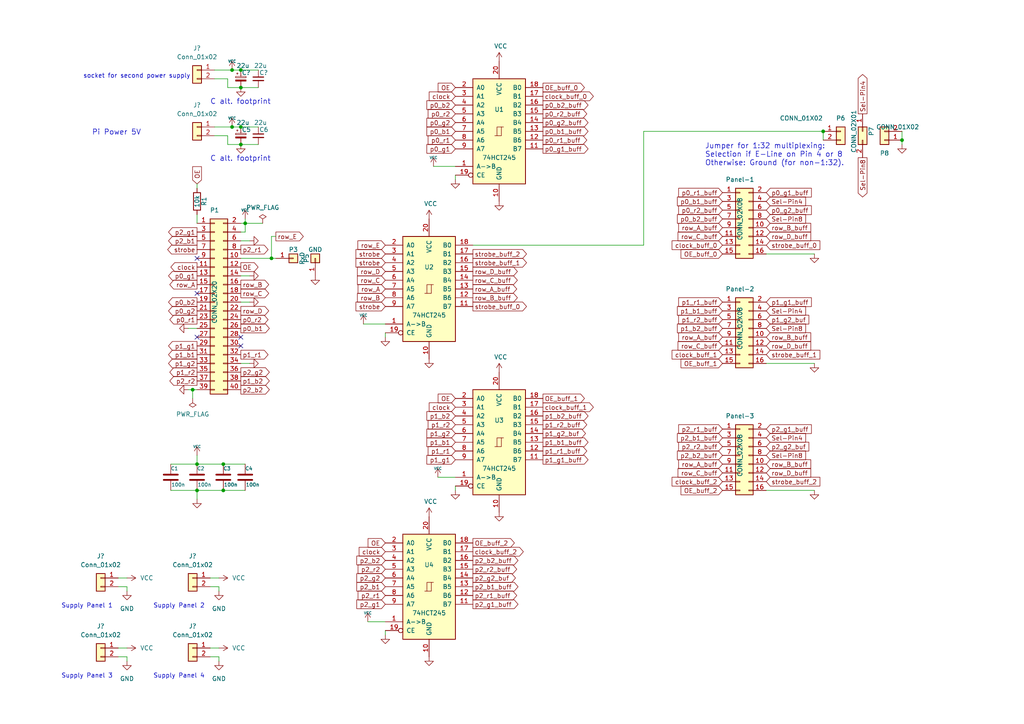
<source format=kicad_sch>
(kicad_sch (version 20211123) (generator eeschema)
  (paper "A4")
  (lib_symbols
    (symbol "74xx:74HC245" (pin_names (offset 1.016))
      (property "Reference" "U" (at -7.62 16.51 0))
      (property "Value" "74HC245" (at -7.62 -16.51 0))
      (symbol "74HC245_1_0"
        (polyline (pts (xy -0.635 -1.27) (xy -0.635 1.27) (xy 0.635 1.27)))
        (polyline (pts (xy -1.27 -1.27) (xy 0.635 -1.27) (xy 0.635 1.27) (xy 1.27 1.27)))
        (pin input line (at -12.7 -10.16 0) (length 5.08) (name "A->B") (number "1"))
        (pin power_in line (at 0 -20.32 90) (length 5.08) (name "GND") (number "10"))
        (pin tri_state line (at 12.7 -5.08 180) (length 5.08) (name "B7") (number "11"))
        (pin tri_state line (at 12.7 -2.54 180) (length 5.08) (name "B6") (number "12"))
        (pin tri_state line (at 12.7 0 180) (length 5.08) (name "B5") (number "13"))
        (pin tri_state line (at 12.7 2.54 180) (length 5.08) (name "B4") (number "14"))
        (pin tri_state line (at 12.7 5.08 180) (length 5.08) (name "B3") (number "15"))
        (pin tri_state line (at 12.7 7.62 180) (length 5.08) (name "B2") (number "16"))
        (pin tri_state line (at 12.7 10.16 180) (length 5.08) (name "B1") (number "17"))
        (pin tri_state line (at 12.7 12.7 180) (length 5.08) (name "B0") (number "18"))
        (pin input inverted (at -12.7 -12.7 0) (length 5.08) (name "CE") (number "19"))
        (pin tri_state line (at -12.7 12.7 0) (length 5.08) (name "A0") (number "2"))
        (pin power_in line (at 0 20.32 270) (length 5.08) (name "VCC") (number "20"))
        (pin tri_state line (at -12.7 10.16 0) (length 5.08) (name "A1") (number "3"))
        (pin tri_state line (at -12.7 7.62 0) (length 5.08) (name "A2") (number "4"))
        (pin tri_state line (at -12.7 5.08 0) (length 5.08) (name "A3") (number "5"))
        (pin tri_state line (at -12.7 2.54 0) (length 5.08) (name "A4") (number "6"))
        (pin tri_state line (at -12.7 0 0) (length 5.08) (name "A5") (number "7"))
        (pin tri_state line (at -12.7 -2.54 0) (length 5.08) (name "A6") (number "8"))
        (pin tri_state line (at -12.7 -5.08 0) (length 5.08) (name "A7") (number "9"))
      )
      (symbol "74HC245_1_1"
        (rectangle (start -7.62 15.24) (end 7.62 -15.24) (stroke (width 0.254)) (fill (type background)))
      )
    )
    (symbol "Connector_Generic:Conn_01x01" (pin_names (offset 1.016) hide)
      (property "Reference" "J" (at 0 2.54 0))
      (property "Value" "Conn_01x01" (at 0 -2.54 0))
      (symbol "Conn_01x01_1_1"
        (rectangle (start -1.27 0.127) (end 0 -0.127) (stroke (width 0.1524)))
        (rectangle (start -1.27 1.27) (end 1.27 -1.27) (stroke (width 0.254)) (fill (type background)))
        (pin passive line (at -5.08 0 0) (length 3.81) (name "Pin_1") (number "1"))
      )
    )
    (symbol "Connector_Generic:Conn_01x02" (pin_names (offset 1.016) hide)
      (property "Reference" "J" (at 0 2.54 0))
      (property "Value" "Conn_01x02" (at 0 -5.08 0))
      (symbol "Conn_01x02_1_1"
        (rectangle (start -1.27 -2.413) (end 0 -2.667) (stroke (width 0.1524)))
        (rectangle (start -1.27 0.127) (end 0 -0.127) (stroke (width 0.1524)))
        (rectangle (start -1.27 1.27) (end 1.27 -3.81) (stroke (width 0.254)) (fill (type background)))
        (pin passive line (at -5.08 0 0) (length 3.81) (name "Pin_1") (number "1"))
        (pin passive line (at -5.08 -2.54 0) (length 3.81) (name "Pin_2") (number "2"))
      )
    )
    (symbol "Connector_Generic:Conn_02x01" (pin_names (offset 1.016) hide)
      (property "Reference" "J" (at 1.27 2.54 0))
      (property "Value" "Conn_02x01" (at 1.27 -2.54 0))
      (symbol "Conn_02x01_1_1"
        (rectangle (start -1.27 0.127) (end 0 -0.127) (stroke (width 0.1524)))
        (rectangle (start -1.27 1.27) (end 3.81 -1.27) (stroke (width 0.254)) (fill (type background)))
        (rectangle (start 3.81 0.127) (end 2.54 -0.127) (stroke (width 0.1524)))
        (pin passive line (at -5.08 0 0) (length 3.81) (name "Pin_1") (number "1"))
        (pin passive line (at 7.62 0 180) (length 3.81) (name "Pin_2") (number "2"))
      )
    )
    (symbol "Connector_Generic:Conn_02x08_Odd_Even" (pin_names (offset 1.016) hide)
      (property "Reference" "J" (at 1.27 10.16 0))
      (property "Value" "Conn_02x08_Odd_Even" (at 1.27 -12.7 0))
      (symbol "Conn_02x08_Odd_Even_1_1"
        (rectangle (start -1.27 -10.033) (end 0 -10.287) (stroke (width 0.1524)))
        (rectangle (start -1.27 -7.493) (end 0 -7.747) (stroke (width 0.1524)))
        (rectangle (start -1.27 -4.953) (end 0 -5.207) (stroke (width 0.1524)))
        (rectangle (start -1.27 -2.413) (end 0 -2.667) (stroke (width 0.1524)))
        (rectangle (start -1.27 0.127) (end 0 -0.127) (stroke (width 0.1524)))
        (rectangle (start -1.27 2.667) (end 0 2.413) (stroke (width 0.1524)))
        (rectangle (start -1.27 5.207) (end 0 4.953) (stroke (width 0.1524)))
        (rectangle (start -1.27 7.747) (end 0 7.493) (stroke (width 0.1524)))
        (rectangle (start -1.27 8.89) (end 3.81 -11.43) (stroke (width 0.254)) (fill (type background)))
        (rectangle (start 3.81 -10.033) (end 2.54 -10.287) (stroke (width 0.1524)))
        (rectangle (start 3.81 -7.493) (end 2.54 -7.747) (stroke (width 0.1524)))
        (rectangle (start 3.81 -4.953) (end 2.54 -5.207) (stroke (width 0.1524)))
        (rectangle (start 3.81 -2.413) (end 2.54 -2.667) (stroke (width 0.1524)))
        (rectangle (start 3.81 0.127) (end 2.54 -0.127) (stroke (width 0.1524)))
        (rectangle (start 3.81 2.667) (end 2.54 2.413) (stroke (width 0.1524)))
        (rectangle (start 3.81 5.207) (end 2.54 4.953) (stroke (width 0.1524)))
        (rectangle (start 3.81 7.747) (end 2.54 7.493) (stroke (width 0.1524)))
        (pin passive line (at -5.08 7.62 0) (length 3.81) (name "Pin_1") (number "1"))
        (pin passive line (at 7.62 -2.54 180) (length 3.81) (name "Pin_10") (number "10"))
        (pin passive line (at -5.08 -5.08 0) (length 3.81) (name "Pin_11") (number "11"))
        (pin passive line (at 7.62 -5.08 180) (length 3.81) (name "Pin_12") (number "12"))
        (pin passive line (at -5.08 -7.62 0) (length 3.81) (name "Pin_13") (number "13"))
        (pin passive line (at 7.62 -7.62 180) (length 3.81) (name "Pin_14") (number "14"))
        (pin passive line (at -5.08 -10.16 0) (length 3.81) (name "Pin_15") (number "15"))
        (pin passive line (at 7.62 -10.16 180) (length 3.81) (name "Pin_16") (number "16"))
        (pin passive line (at 7.62 7.62 180) (length 3.81) (name "Pin_2") (number "2"))
        (pin passive line (at -5.08 5.08 0) (length 3.81) (name "Pin_3") (number "3"))
        (pin passive line (at 7.62 5.08 180) (length 3.81) (name "Pin_4") (number "4"))
        (pin passive line (at -5.08 2.54 0) (length 3.81) (name "Pin_5") (number "5"))
        (pin passive line (at 7.62 2.54 180) (length 3.81) (name "Pin_6") (number "6"))
        (pin passive line (at -5.08 0 0) (length 3.81) (name "Pin_7") (number "7"))
        (pin passive line (at 7.62 0 180) (length 3.81) (name "Pin_8") (number "8"))
        (pin passive line (at -5.08 -2.54 0) (length 3.81) (name "Pin_9") (number "9"))
      )
    )
    (symbol "Connector_Generic:Conn_02x20_Odd_Even" (pin_names (offset 1.016) hide)
      (property "Reference" "J" (at 1.27 25.4 0))
      (property "Value" "Conn_02x20_Odd_Even" (at 1.27 -27.94 0))
      (symbol "Conn_02x20_Odd_Even_1_1"
        (rectangle (start -1.27 -25.273) (end 0 -25.527) (stroke (width 0.1524)))
        (rectangle (start -1.27 -22.733) (end 0 -22.987) (stroke (width 0.1524)))
        (rectangle (start -1.27 -20.193) (end 0 -20.447) (stroke (width 0.1524)))
        (rectangle (start -1.27 -17.653) (end 0 -17.907) (stroke (width 0.1524)))
        (rectangle (start -1.27 -15.113) (end 0 -15.367) (stroke (width 0.1524)))
        (rectangle (start -1.27 -12.573) (end 0 -12.827) (stroke (width 0.1524)))
        (rectangle (start -1.27 -10.033) (end 0 -10.287) (stroke (width 0.1524)))
        (rectangle (start -1.27 -7.493) (end 0 -7.747) (stroke (width 0.1524)))
        (rectangle (start -1.27 -4.953) (end 0 -5.207) (stroke (width 0.1524)))
        (rectangle (start -1.27 -2.413) (end 0 -2.667) (stroke (width 0.1524)))
        (rectangle (start -1.27 0.127) (end 0 -0.127) (stroke (width 0.1524)))
        (rectangle (start -1.27 2.667) (end 0 2.413) (stroke (width 0.1524)))
        (rectangle (start -1.27 5.207) (end 0 4.953) (stroke (width 0.1524)))
        (rectangle (start -1.27 7.747) (end 0 7.493) (stroke (width 0.1524)))
        (rectangle (start -1.27 10.287) (end 0 10.033) (stroke (width 0.1524)))
        (rectangle (start -1.27 12.827) (end 0 12.573) (stroke (width 0.1524)))
        (rectangle (start -1.27 15.367) (end 0 15.113) (stroke (width 0.1524)))
        (rectangle (start -1.27 17.907) (end 0 17.653) (stroke (width 0.1524)))
        (rectangle (start -1.27 20.447) (end 0 20.193) (stroke (width 0.1524)))
        (rectangle (start -1.27 22.987) (end 0 22.733) (stroke (width 0.1524)))
        (rectangle (start -1.27 24.13) (end 3.81 -26.67) (stroke (width 0.254)) (fill (type background)))
        (rectangle (start 3.81 -25.273) (end 2.54 -25.527) (stroke (width 0.1524)))
        (rectangle (start 3.81 -22.733) (end 2.54 -22.987) (stroke (width 0.1524)))
        (rectangle (start 3.81 -20.193) (end 2.54 -20.447) (stroke (width 0.1524)))
        (rectangle (start 3.81 -17.653) (end 2.54 -17.907) (stroke (width 0.1524)))
        (rectangle (start 3.81 -15.113) (end 2.54 -15.367) (stroke (width 0.1524)))
        (rectangle (start 3.81 -12.573) (end 2.54 -12.827) (stroke (width 0.1524)))
        (rectangle (start 3.81 -10.033) (end 2.54 -10.287) (stroke (width 0.1524)))
        (rectangle (start 3.81 -7.493) (end 2.54 -7.747) (stroke (width 0.1524)))
        (rectangle (start 3.81 -4.953) (end 2.54 -5.207) (stroke (width 0.1524)))
        (rectangle (start 3.81 -2.413) (end 2.54 -2.667) (stroke (width 0.1524)))
        (rectangle (start 3.81 0.127) (end 2.54 -0.127) (stroke (width 0.1524)))
        (rectangle (start 3.81 2.667) (end 2.54 2.413) (stroke (width 0.1524)))
        (rectangle (start 3.81 5.207) (end 2.54 4.953) (stroke (width 0.1524)))
        (rectangle (start 3.81 7.747) (end 2.54 7.493) (stroke (width 0.1524)))
        (rectangle (start 3.81 10.287) (end 2.54 10.033) (stroke (width 0.1524)))
        (rectangle (start 3.81 12.827) (end 2.54 12.573) (stroke (width 0.1524)))
        (rectangle (start 3.81 15.367) (end 2.54 15.113) (stroke (width 0.1524)))
        (rectangle (start 3.81 17.907) (end 2.54 17.653) (stroke (width 0.1524)))
        (rectangle (start 3.81 20.447) (end 2.54 20.193) (stroke (width 0.1524)))
        (rectangle (start 3.81 22.987) (end 2.54 22.733) (stroke (width 0.1524)))
        (pin passive line (at -5.08 22.86 0) (length 3.81) (name "Pin_1") (number "1"))
        (pin passive line (at 7.62 12.7 180) (length 3.81) (name "Pin_10") (number "10"))
        (pin passive line (at -5.08 10.16 0) (length 3.81) (name "Pin_11") (number "11"))
        (pin passive line (at 7.62 10.16 180) (length 3.81) (name "Pin_12") (number "12"))
        (pin passive line (at -5.08 7.62 0) (length 3.81) (name "Pin_13") (number "13"))
        (pin passive line (at 7.62 7.62 180) (length 3.81) (name "Pin_14") (number "14"))
        (pin passive line (at -5.08 5.08 0) (length 3.81) (name "Pin_15") (number "15"))
        (pin passive line (at 7.62 5.08 180) (length 3.81) (name "Pin_16") (number "16"))
        (pin passive line (at -5.08 2.54 0) (length 3.81) (name "Pin_17") (number "17"))
        (pin passive line (at 7.62 2.54 180) (length 3.81) (name "Pin_18") (number "18"))
        (pin passive line (at -5.08 0 0) (length 3.81) (name "Pin_19") (number "19"))
        (pin passive line (at 7.62 22.86 180) (length 3.81) (name "Pin_2") (number "2"))
        (pin passive line (at 7.62 0 180) (length 3.81) (name "Pin_20") (number "20"))
        (pin passive line (at -5.08 -2.54 0) (length 3.81) (name "Pin_21") (number "21"))
        (pin passive line (at 7.62 -2.54 180) (length 3.81) (name "Pin_22") (number "22"))
        (pin passive line (at -5.08 -5.08 0) (length 3.81) (name "Pin_23") (number "23"))
        (pin passive line (at 7.62 -5.08 180) (length 3.81) (name "Pin_24") (number "24"))
        (pin passive line (at -5.08 -7.62 0) (length 3.81) (name "Pin_25") (number "25"))
        (pin passive line (at 7.62 -7.62 180) (length 3.81) (name "Pin_26") (number "26"))
        (pin passive line (at -5.08 -10.16 0) (length 3.81) (name "Pin_27") (number "27"))
        (pin passive line (at 7.62 -10.16 180) (length 3.81) (name "Pin_28") (number "28"))
        (pin passive line (at -5.08 -12.7 0) (length 3.81) (name "Pin_29") (number "29"))
        (pin passive line (at -5.08 20.32 0) (length 3.81) (name "Pin_3") (number "3"))
        (pin passive line (at 7.62 -12.7 180) (length 3.81) (name "Pin_30") (number "30"))
        (pin passive line (at -5.08 -15.24 0) (length 3.81) (name "Pin_31") (number "31"))
        (pin passive line (at 7.62 -15.24 180) (length 3.81) (name "Pin_32") (number "32"))
        (pin passive line (at -5.08 -17.78 0) (length 3.81) (name "Pin_33") (number "33"))
        (pin passive line (at 7.62 -17.78 180) (length 3.81) (name "Pin_34") (number "34"))
        (pin passive line (at -5.08 -20.32 0) (length 3.81) (name "Pin_35") (number "35"))
        (pin passive line (at 7.62 -20.32 180) (length 3.81) (name "Pin_36") (number "36"))
        (pin passive line (at -5.08 -22.86 0) (length 3.81) (name "Pin_37") (number "37"))
        (pin passive line (at 7.62 -22.86 180) (length 3.81) (name "Pin_38") (number "38"))
        (pin passive line (at -5.08 -25.4 0) (length 3.81) (name "Pin_39") (number "39"))
        (pin passive line (at 7.62 20.32 180) (length 3.81) (name "Pin_4") (number "4"))
        (pin passive line (at 7.62 -25.4 180) (length 3.81) (name "Pin_40") (number "40"))
        (pin passive line (at -5.08 17.78 0) (length 3.81) (name "Pin_5") (number "5"))
        (pin passive line (at 7.62 17.78 180) (length 3.81) (name "Pin_6") (number "6"))
        (pin passive line (at -5.08 15.24 0) (length 3.81) (name "Pin_7") (number "7"))
        (pin passive line (at 7.62 15.24 180) (length 3.81) (name "Pin_8") (number "8"))
        (pin passive line (at -5.08 12.7 0) (length 3.81) (name "Pin_9") (number "9"))
      )
    )
    (symbol "Device:C" (pin_numbers hide) (pin_names (offset 0.254))
      (property "Reference" "C" (at 0.635 2.54 0))
      (property "Value" "C" (at 0.635 -2.54 0))
      (symbol "C_0_1"
        (polyline (pts (xy -2.032 -0.762) (xy 2.032 -0.762)) (stroke (width 0.508)))
        (polyline (pts (xy -2.032 0.762) (xy 2.032 0.762)) (stroke (width 0.508)))
      )
      (symbol "C_1_1"
        (pin passive line (at 0 3.81 270) (length 2.794) (name "~") (number "1"))
        (pin passive line (at 0 -3.81 90) (length 2.794) (name "~") (number "2"))
      )
    )
    (symbol "Device:CP_Small" (pin_numbers hide) (pin_names (offset 0.254) hide)
      (property "Reference" "C" (at 0.254 1.778 0))
      (property "Value" "Device_CP_Small" (at 0.254 -2.032 0))
      (symbol "CP_Small_0_1"
        (rectangle (start -1.524 -0.3048) (end 1.524 -0.6858) (fill (type outline)))
        (rectangle (start -1.524 0.6858) (end 1.524 0.3048))
        (polyline (pts (xy -1.27 1.524) (xy -0.762 1.524)))
        (polyline (pts (xy -1.016 1.27) (xy -1.016 1.778)))
      )
      (symbol "CP_Small_1_1"
        (pin passive line (at 0 2.54 270) (length 1.8542) (name "~") (number "1"))
        (pin passive line (at 0 -2.54 90) (length 1.8542) (name "~") (number "2"))
      )
    )
    (symbol "Device:C_Small" (pin_numbers hide) (pin_names (offset 0.254) hide)
      (property "Reference" "C" (at 0.254 1.778 0))
      (property "Value" "C_Small" (at 0.254 -2.032 0))
      (symbol "C_Small_0_1"
        (polyline (pts (xy -1.524 -0.508) (xy 1.524 -0.508)) (stroke (width 0.3302)))
        (polyline (pts (xy -1.524 0.508) (xy 1.524 0.508)) (stroke (width 0.3048)))
      )
      (symbol "C_Small_1_1"
        (pin passive line (at 0 2.54 270) (length 2.032) (name "~") (number "1"))
        (pin passive line (at 0 -2.54 90) (length 2.032) (name "~") (number "2"))
      )
    )
    (symbol "Device:R" (pin_numbers hide) (pin_names (offset 0))
      (property "Reference" "R" (at 2.032 0 90))
      (property "Value" "R" (at 0 0 90))
      (symbol "R_0_1"
        (rectangle (start -1.016 -2.54) (end 1.016 2.54) (stroke (width 0.254)))
      )
      (symbol "R_1_1"
        (pin passive line (at 0 3.81 270) (length 1.27) (name "~") (number "1"))
        (pin passive line (at 0 -3.81 90) (length 1.27) (name "~") (number "2"))
      )
    )
    (symbol "power:GND" (power) (pin_names (offset 0))
      (property "Value" "GND" (at 0 -3.81 0))
      (symbol "GND_0_1"
        (polyline (pts (xy 0 0) (xy 0 -1.27) (xy 1.27 -1.27) (xy 0 -2.54) (xy -1.27 -1.27) (xy 0 -1.27)))
      )
      (symbol "GND_1_1"
        (pin power_in line (at 0 0 270) (length 0) hide (name "GND") (number "1"))
      )
    )
    (symbol "power:PWR_FLAG" (power) (pin_numbers hide) (pin_names (offset 0) hide)
      (property "Value" "PWR_FLAG" (at 0 3.81 0))
      (symbol "PWR_FLAG_0_0"
        (pin power_out line (at 0 0 90) (length 0) (name "pwr") (number "1"))
      )
      (symbol "PWR_FLAG_0_1"
        (polyline (pts (xy 0 0) (xy 0 1.27) (xy -1.016 1.905) (xy 0 2.54) (xy 1.016 1.905) (xy 0 1.27)))
      )
    )
    (symbol "power:VCC" (power) (pin_names (offset 0))
      (property "Value" "VCC" (at 0 3.81 0))
      (symbol "VCC_0_1"
        (polyline (pts (xy -0.762 1.27) (xy 0 2.54)))
        (polyline (pts (xy 0 0) (xy 0 2.54)))
        (polyline (pts (xy 0 2.54) (xy 0.762 1.27)))
      )
      (symbol "VCC_1_1"
        (pin power_in line (at 0 0 90) (length 0) hide (name "VCC") (number "1"))
      )
    )
  )
  (junction (at 57.15 134.62))
  (junction (at 78.74 74.93))
  (junction (at 69.85 25.4))
  (junction (at 67.31 36.83))
  (junction (at 57.15 142.24))
  (junction (at 238.76 38.1))
  (junction (at 71.12 64.77))
  (junction (at 261.62 40.64))
  (junction (at 69.85 20.32))
  (junction (at 64.77 142.24))
  (junction (at 67.31 20.32))
  (junction (at 64.77 134.62))
  (junction (at 55.88 113.03))
  (junction (at 69.85 41.91))
  (junction (at 69.85 36.83))
  (no_connect (at 69.85 97.79))
  (no_connect (at 69.85 100.33))
  (no_connect (at 57.15 74.93))
  (no_connect (at 57.15 97.79))
  (no_connect (at 57.15 85.09))
  (wire (pts (xy 34.29 190.5) (xy 36.83 190.5)))
  (wire (pts (xy 111.76 182.88) (xy 111.76 184.15)))
  (wire (pts (xy 71.12 67.31) (xy 69.85 67.31)))
  (wire (pts (xy 34.29 187.96) (xy 36.83 187.96)))
  (wire (pts (xy 57.15 134.62) (xy 64.77 134.62)))
  (wire (pts (xy 67.31 20.32) (xy 69.85 20.32)))
  (wire (pts (xy 69.85 41.91) (xy 74.93 41.91)))
  (wire (pts (xy 36.83 190.5) (xy 36.83 191.77)))
  (wire (pts (xy 57.15 62.23) (xy 57.15 64.77)))
  (wire (pts (xy 62.23 39.37) (xy 66.04 39.37)))
  (wire (pts (xy 69.85 69.85) (xy 72.39 69.85)))
  (wire (pts (xy 63.5 190.5) (xy 63.5 191.77)))
  (wire (pts (xy 111.76 96.52) (xy 111.76 97.79)))
  (wire (pts (xy 34.29 167.64) (xy 36.83 167.64)))
  (wire (pts (xy 71.12 64.77) (xy 76.2 64.77)))
  (wire (pts (xy 261.62 38.1) (xy 261.62 40.64)))
  (wire (pts (xy 69.85 87.63) (xy 72.39 87.63)))
  (wire (pts (xy 57.15 142.24) (xy 57.15 144.78)))
  (wire (pts (xy 236.22 142.24) (xy 222.25 142.24)))
  (wire (pts (xy 62.23 20.32) (xy 67.31 20.32)))
  (wire (pts (xy 78.74 74.93) (xy 80.01 74.93)))
  (wire (pts (xy 36.83 170.18) (xy 36.83 171.45)))
  (wire (pts (xy 236.22 105.41) (xy 222.25 105.41)))
  (wire (pts (xy 66.04 22.86) (xy 66.04 25.4)))
  (wire (pts (xy 55.88 113.03) (xy 57.15 113.03)))
  (wire (pts (xy 80.01 68.58) (xy 78.74 68.58)))
  (wire (pts (xy 55.88 113.03) (xy 55.88 115.57)))
  (wire (pts (xy 60.96 190.5) (xy 63.5 190.5)))
  (wire (pts (xy 62.23 22.86) (xy 66.04 22.86)))
  (wire (pts (xy 60.96 167.64) (xy 63.5 167.64)))
  (wire (pts (xy 71.12 63.5) (xy 71.12 64.77)))
  (wire (pts (xy 105.41 93.98) (xy 111.76 93.98)))
  (wire (pts (xy 127 138.43) (xy 132.08 138.43)))
  (wire (pts (xy 49.53 142.24) (xy 57.15 142.24)))
  (wire (pts (xy 67.31 36.83) (xy 69.85 36.83)))
  (wire (pts (xy 132.08 48.26) (xy 125.73 48.26)))
  (wire (pts (xy 236.22 73.66) (xy 222.25 73.66)))
  (wire (pts (xy 57.15 142.24) (xy 64.77 142.24)))
  (wire (pts (xy 34.29 170.18) (xy 36.83 170.18)))
  (wire (pts (xy 66.04 39.37) (xy 66.04 41.91)))
  (wire (pts (xy 69.85 20.32) (xy 74.93 20.32)))
  (wire (pts (xy 132.08 140.97) (xy 132.08 142.24)))
  (wire (pts (xy 69.85 64.77) (xy 71.12 64.77)))
  (wire (pts (xy 71.12 64.77) (xy 71.12 67.31)))
  (wire (pts (xy 54.61 113.03) (xy 55.88 113.03)))
  (wire (pts (xy 69.85 105.41) (xy 72.39 105.41)))
  (wire (pts (xy 78.74 68.58) (xy 78.74 74.93)))
  (wire (pts (xy 69.85 80.01) (xy 72.39 80.01)))
  (wire (pts (xy 132.08 50.8) (xy 132.08 52.07)))
  (wire (pts (xy 69.85 25.4) (xy 74.93 25.4)))
  (wire (pts (xy 186.69 38.1) (xy 186.69 71.12)))
  (wire (pts (xy 66.04 41.91) (xy 69.85 41.91)))
  (wire (pts (xy 261.62 40.64) (xy 261.62 41.91)))
  (wire (pts (xy 186.69 38.1) (xy 238.76 38.1)))
  (wire (pts (xy 106.68 180.34) (xy 111.76 180.34)))
  (wire (pts (xy 62.23 36.83) (xy 67.31 36.83)))
  (wire (pts (xy 66.04 25.4) (xy 69.85 25.4)))
  (wire (pts (xy 64.77 142.24) (xy 71.12 142.24)))
  (wire (pts (xy 57.15 132.08) (xy 57.15 134.62)))
  (wire (pts (xy 69.85 74.93) (xy 78.74 74.93)))
  (wire (pts (xy 238.76 38.1) (xy 238.76 40.64)))
  (wire (pts (xy 64.77 134.62) (xy 71.12 134.62)))
  (wire (pts (xy 60.96 187.96) (xy 63.5 187.96)))
  (wire (pts (xy 54.61 95.25) (xy 57.15 95.25)))
  (wire (pts (xy 49.53 134.62) (xy 57.15 134.62)))
  (wire (pts (xy 60.96 170.18) (xy 63.5 170.18)))
  (wire (pts (xy 137.16 71.12) (xy 186.69 71.12)))
  (wire (pts (xy 69.85 36.83) (xy 74.93 36.83)))
  (wire (pts (xy 57.15 54.61) (xy 57.15 53.34)))
  (wire (pts (xy 63.5 170.18) (xy 63.5 171.45)))
  (text "Supply Panel 2" (at 44.45 176.53 0) (effects (font (size 1.27 1.27)) (justify left bottom)))
  (text "Supply Panel 1" (at 17.78 176.53 0) (effects (font (size 1.27 1.27)) (justify left bottom)))
  (text "Pi Power 5V" (at 26.67 39.37 0) (effects (font (size 1.524 1.524)) (justify left bottom)))
  (text "Supply Panel 4" (at 44.45 196.85 0) (effects (font (size 1.27 1.27)) (justify left bottom)))
  (text "Jumper for 1:32 multiplexing:\nSelection if E-Line on Pin 4 or 8\nOtherwise: Ground (for non-1:32)." (at 204.47 48.26 0) (effects (font (size 1.524 1.524)) (justify left bottom)))
  (text "C alt. footprint" (at 60.96 46.99 0) (effects (font (size 1.524 1.524)) (justify left bottom)))
  (text "C alt. footprint" (at 60.96 30.48 0) (effects (font (size 1.524 1.524)) (justify left bottom)))
  (text "Supply Panel 3" (at 17.78 196.85 0) (effects (font (size 1.27 1.27)) (justify left bottom)))
  (text "socket for second power supply" (at 24.13 22.86 0) (effects (font (size 1.27 1.27)) (justify left bottom)))
  (global_label "p0_r2_buff" (shape output) (at 157.48 33.02 0) (effects (font (size 1.2954 1.2954))) (property "Intersheet References" "${INTERSHEET_REFS}" (effects hide)))
  (global_label "clock" (shape input) (at 111.76 160.02 180) (effects (font (size 1.2954 1.2954))) (property "Intersheet References" "${INTERSHEET_REFS}" (effects hide)))
  (global_label "row_B" (shape output) (at 69.85 82.55 0) (effects (font (size 1.2954 1.2954))) (property "Intersheet References" "${INTERSHEET_REFS}" (effects hide)))
  (global_label "OE" (shape output) (at 69.85 77.47 0) (effects (font (size 1.2954 1.2954))) (property "Intersheet References" "${INTERSHEET_REFS}" (effects hide)))
  (global_label "row_A_buff" (shape output) (at 137.16 83.82 0) (effects (font (size 1.2954 1.2954))) (property "Intersheet References" "${INTERSHEET_REFS}" (effects hide)))
  (global_label "p1_b2_buff" (shape output) (at 157.48 120.65 0) (effects (font (size 1.2954 1.2954))) (property "Intersheet References" "${INTERSHEET_REFS}" (effects hide)))
  (global_label "p1_r2" (shape input) (at 132.08 123.19 180) (effects (font (size 1.2954 1.2954))) (property "Intersheet References" "${INTERSHEET_REFS}" (effects hide)))
  (global_label "row_C" (shape output) (at 69.85 85.09 0) (effects (font (size 1.2954 1.2954))) (property "Intersheet References" "${INTERSHEET_REFS}" (effects hide)))
  (global_label "p2_r1" (shape output) (at 69.85 72.39 0) (effects (font (size 1.2954 1.2954))) (property "Intersheet References" "${INTERSHEET_REFS}" (effects hide)))
  (global_label "OE_buff_2" (shape output) (at 137.16 157.48 0) (effects (font (size 1.2954 1.2954))) (property "Intersheet References" "${INTERSHEET_REFS}" (effects hide)))
  (global_label "p1_r1" (shape input) (at 132.08 130.81 180) (effects (font (size 1.2954 1.2954))) (property "Intersheet References" "${INTERSHEET_REFS}" (effects hide)))
  (global_label "OE_buff_2" (shape input) (at 209.55 142.24 180) (effects (font (size 1.2954 1.2954))) (property "Intersheet References" "${INTERSHEET_REFS}" (effects hide)))
  (global_label "row_B" (shape input) (at 111.76 86.36 180) (effects (font (size 1.2954 1.2954))) (property "Intersheet References" "${INTERSHEET_REFS}" (effects hide)))
  (global_label "p0_b1" (shape input) (at 132.08 38.1 180) (effects (font (size 1.2954 1.2954))) (property "Intersheet References" "${INTERSHEET_REFS}" (effects hide)))
  (global_label "row_D_buff" (shape output) (at 137.16 78.74 0) (effects (font (size 1.2954 1.2954))) (property "Intersheet References" "${INTERSHEET_REFS}" (effects hide)))
  (global_label "OE" (shape input) (at 132.08 25.4 180) (effects (font (size 1.2954 1.2954))) (property "Intersheet References" "${INTERSHEET_REFS}" (effects hide)))
  (global_label "p1_r2_buff" (shape output) (at 157.48 123.19 0) (effects (font (size 1.2954 1.2954))) (property "Intersheet References" "${INTERSHEET_REFS}" (effects hide)))
  (global_label "row_A_buff" (shape input) (at 209.55 97.79 180) (effects (font (size 1.2954 1.2954))) (property "Intersheet References" "${INTERSHEET_REFS}" (effects hide)))
  (global_label "p1_b1" (shape input) (at 132.08 128.27 180) (effects (font (size 1.2954 1.2954))) (property "Intersheet References" "${INTERSHEET_REFS}" (effects hide)))
  (global_label "p2_g2_buf" (shape output) (at 137.16 167.64 0) (effects (font (size 1.2954 1.2954))) (property "Intersheet References" "${INTERSHEET_REFS}" (effects hide)))
  (global_label "row_C_buff" (shape input) (at 209.55 68.58 180) (effects (font (size 1.2954 1.2954))) (property "Intersheet References" "${INTERSHEET_REFS}" (effects hide)))
  (global_label "p1_g1" (shape output) (at 57.15 100.33 180) (effects (font (size 1.2954 1.2954))) (property "Intersheet References" "${INTERSHEET_REFS}" (effects hide)))
  (global_label "p1_r2_buff" (shape input) (at 209.55 92.71 180) (effects (font (size 1.2954 1.2954))) (property "Intersheet References" "${INTERSHEET_REFS}" (effects hide)))
  (global_label "row_D_buff" (shape input) (at 222.25 100.33 0) (effects (font (size 1.2954 1.2954))) (property "Intersheet References" "${INTERSHEET_REFS}" (effects hide)))
  (global_label "clock" (shape input) (at 132.08 118.11 180) (effects (font (size 1.2954 1.2954))) (property "Intersheet References" "${INTERSHEET_REFS}" (effects hide)))
  (global_label "p0_b2_buff" (shape input) (at 209.55 63.5 180) (effects (font (size 1.2954 1.2954))) (property "Intersheet References" "${INTERSHEET_REFS}" (effects hide)))
  (global_label "p2_g2" (shape input) (at 111.76 167.64 180) (effects (font (size 1.2954 1.2954))) (property "Intersheet References" "${INTERSHEET_REFS}" (effects hide)))
  (global_label "p1_g2_buf" (shape output) (at 157.48 125.73 0) (effects (font (size 1.2954 1.2954))) (property "Intersheet References" "${INTERSHEET_REFS}" (effects hide)))
  (global_label "clock_buff_0" (shape output) (at 157.48 27.94 0) (effects (font (size 1.2954 1.2954))) (property "Intersheet References" "${INTERSHEET_REFS}" (effects hide)))
  (global_label "p0_b2_buff" (shape output) (at 157.48 30.48 0) (effects (font (size 1.2954 1.2954))) (property "Intersheet References" "${INTERSHEET_REFS}" (effects hide)))
  (global_label "Sel-Pin4" (shape input) (at 222.25 127 0) (effects (font (size 1.2954 1.2954))) (property "Intersheet References" "${INTERSHEET_REFS}" (effects hide)))
  (global_label "p2_b1_buff" (shape output) (at 137.16 170.18 0) (effects (font (size 1.2954 1.2954))) (property "Intersheet References" "${INTERSHEET_REFS}" (effects hide)))
  (global_label "row_C_buff" (shape output) (at 137.16 81.28 0) (effects (font (size 1.2954 1.2954))) (property "Intersheet References" "${INTERSHEET_REFS}" (effects hide)))
  (global_label "p2_r2" (shape input) (at 111.76 165.1 180) (effects (font (size 1.2954 1.2954))) (property "Intersheet References" "${INTERSHEET_REFS}" (effects hide)))
  (global_label "p0_r1_buff" (shape output) (at 157.48 40.64 0) (effects (font (size 1.2954 1.2954))) (property "Intersheet References" "${INTERSHEET_REFS}" (effects hide)))
  (global_label "clock_buff_2" (shape input) (at 209.55 139.7 180) (effects (font (size 1.2954 1.2954))) (property "Intersheet References" "${INTERSHEET_REFS}" (effects hide)))
  (global_label "p0_r2" (shape input) (at 132.08 33.02 180) (effects (font (size 1.2954 1.2954))) (property "Intersheet References" "${INTERSHEET_REFS}" (effects hide)))
  (global_label "Sel-Pin8" (shape input) (at 222.25 132.08 0) (effects (font (size 1.2954 1.2954))) (property "Intersheet References" "${INTERSHEET_REFS}" (effects hide)))
  (global_label "p1_r1_buff" (shape input) (at 209.55 87.63 180) (effects (font (size 1.2954 1.2954))) (property "Intersheet References" "${INTERSHEET_REFS}" (effects hide)))
  (global_label "p2_g1" (shape input) (at 111.76 175.26 180) (effects (font (size 1.2954 1.2954))) (property "Intersheet References" "${INTERSHEET_REFS}" (effects hide)))
  (global_label "row_A" (shape output) (at 57.15 82.55 180) (effects (font (size 1.2954 1.2954))) (property "Intersheet References" "${INTERSHEET_REFS}" (effects hide)))
  (global_label "Sel-Pin8" (shape input) (at 222.25 95.25 0) (effects (font (size 1.2954 1.2954))) (property "Intersheet References" "${INTERSHEET_REFS}" (effects hide)))
  (global_label "p0_g1" (shape output) (at 57.15 80.01 180) (effects (font (size 1.2954 1.2954))) (property "Intersheet References" "${INTERSHEET_REFS}" (effects hide)))
  (global_label "p2_r1" (shape input) (at 111.76 172.72 180) (effects (font (size 1.2954 1.2954))) (property "Intersheet References" "${INTERSHEET_REFS}" (effects hide)))
  (global_label "p2_r2" (shape output) (at 57.15 110.49 180) (effects (font (size 1.2954 1.2954))) (property "Intersheet References" "${INTERSHEET_REFS}" (effects hide)))
  (global_label "p0_r2" (shape output) (at 69.85 92.71 0) (effects (font (size 1.2954 1.2954))) (property "Intersheet References" "${INTERSHEET_REFS}" (effects hide)))
  (global_label "p1_g1" (shape input) (at 132.08 133.35 180) (effects (font (size 1.2954 1.2954))) (property "Intersheet References" "${INTERSHEET_REFS}" (effects hide)))
  (global_label "p2_r2_buff" (shape input) (at 209.55 129.54 180) (effects (font (size 1.2954 1.2954))) (property "Intersheet References" "${INTERSHEET_REFS}" (effects hide)))
  (global_label "clock" (shape input) (at 132.08 27.94 180) (effects (font (size 1.2954 1.2954))) (property "Intersheet References" "${INTERSHEET_REFS}" (effects hide)))
  (global_label "p2_b2" (shape output) (at 69.85 113.03 0) (effects (font (size 1.2954 1.2954))) (property "Intersheet References" "${INTERSHEET_REFS}" (effects hide)))
  (global_label "p0_g2" (shape output) (at 57.15 90.17 180) (effects (font (size 1.2954 1.2954))) (property "Intersheet References" "${INTERSHEET_REFS}" (effects hide)))
  (global_label "row_C_buff" (shape input) (at 209.55 137.16 180) (effects (font (size 1.2954 1.2954))) (property "Intersheet References" "${INTERSHEET_REFS}" (effects hide)))
  (global_label "OE_buff_0" (shape output) (at 157.48 25.4 0) (effects (font (size 1.2954 1.2954))) (property "Intersheet References" "${INTERSHEET_REFS}" (effects hide)))
  (global_label "p2_r1_buff" (shape input) (at 209.55 124.46 180) (effects (font (size 1.2954 1.2954))) (property "Intersheet References" "${INTERSHEET_REFS}" (effects hide)))
  (global_label "strobe" (shape input) (at 111.76 76.2 180) (effects (font (size 1.2954 1.2954))) (property "Intersheet References" "${INTERSHEET_REFS}" (effects hide)))
  (global_label "row_A_buff" (shape input) (at 209.55 66.04 180) (effects (font (size 1.2954 1.2954))) (property "Intersheet References" "${INTERSHEET_REFS}" (effects hide)))
  (global_label "p0_b2" (shape output) (at 57.15 87.63 180) (effects (font (size 1.2954 1.2954))) (property "Intersheet References" "${INTERSHEET_REFS}" (effects hide)))
  (global_label "Sel-Pin4" (shape input) (at 222.25 58.42 0) (effects (font (size 1.2954 1.2954))) (property "Intersheet References" "${INTERSHEET_REFS}" (effects hide)))
  (global_label "row_B_buff" (shape input) (at 222.25 66.04 0) (effects (font (size 1.2954 1.2954))) (property "Intersheet References" "${INTERSHEET_REFS}" (effects hide)))
  (global_label "Sel-Pin4" (shape output) (at 250.19 33.02 90) (effects (font (size 1.2954 1.2954))) (property "Intersheet References" "${INTERSHEET_REFS}" (effects hide)))
  (global_label "strobe_buff_0" (shape output) (at 137.16 88.9 0) (effects (font (size 1.2954 1.2954))) (property "Intersheet References" "${INTERSHEET_REFS}" (effects hide)))
  (global_label "p1_g2" (shape input) (at 132.08 125.73 180) (effects (font (size 1.2954 1.2954))) (property "Intersheet References" "${INTERSHEET_REFS}" (effects hide)))
  (global_label "row_B_buff" (shape input) (at 222.25 97.79 0) (effects (font (size 1.2954 1.2954))) (property "Intersheet References" "${INTERSHEET_REFS}" (effects hide)))
  (global_label "p0_g2" (shape input) (at 132.08 35.56 180) (effects (font (size 1.2954 1.2954))) (property "Intersheet References" "${INTERSHEET_REFS}" (effects hide)))
  (global_label "p0_g1_buff" (shape input) (at 222.25 55.88 0) (effects (font (size 1.2954 1.2954))) (property "Intersheet References" "${INTERSHEET_REFS}" (effects hide)))
  (global_label "p2_g1" (shape output) (at 57.15 67.31 180) (effects (font (size 1.2954 1.2954))) (property "Intersheet References" "${INTERSHEET_REFS}" (effects hide)))
  (global_label "p1_r2" (shape output) (at 57.15 107.95 180) (effects (font (size 1.2954 1.2954))) (property "Intersheet References" "${INTERSHEET_REFS}" (effects hide)))
  (global_label "p2_g1_buff" (shape output) (at 137.16 175.26 0) (effects (font (size 1.2954 1.2954))) (property "Intersheet References" "${INTERSHEET_REFS}" (effects hide)))
  (global_label "p2_b2_buff" (shape input) (at 209.55 132.08 180) (effects (font (size 1.2954 1.2954))) (property "Intersheet References" "${INTERSHEET_REFS}" (effects hide)))
  (global_label "p0_r1_buff" (shape input) (at 209.55 55.88 180) (effects (font (size 1.2954 1.2954))) (property "Intersheet References" "${INTERSHEET_REFS}" (effects hide)))
  (global_label "row_B_buff" (shape output) (at 137.16 86.36 0) (effects (font (size 1.2954 1.2954))) (property "Intersheet References" "${INTERSHEET_REFS}" (effects hide)))
  (global_label "Sel-Pin8" (shape input) (at 222.25 63.5 0) (effects (font (size 1.2954 1.2954))) (property "Intersheet References" "${INTERSHEET_REFS}" (effects hide)))
  (global_label "p2_r2_buff" (shape output) (at 137.16 165.1 0) (effects (font (size 1.2954 1.2954))) (property "Intersheet References" "${INTERSHEET_REFS}" (effects hide)))
  (global_label "p1_b1_buff" (shape output) (at 157.48 128.27 0) (effects (font (size 1.2954 1.2954))) (property "Intersheet References" "${INTERSHEET_REFS}" (effects hide)))
  (global_label "OE" (shape input) (at 57.15 53.34 90) (effects (font (size 1.2954 1.2954))) (property "Intersheet References" "${INTERSHEET_REFS}" (effects hide)))
  (global_label "strobe_buff_2" (shape output) (at 137.16 73.66 0) (effects (font (size 1.2954 1.2954))) (property "Intersheet References" "${INTERSHEET_REFS}" (effects hide)))
  (global_label "p1_b2" (shape input) (at 132.08 120.65 180) (effects (font (size 1.2954 1.2954))) (property "Intersheet References" "${INTERSHEET_REFS}" (effects hide)))
  (global_label "p0_b1_buff" (shape input) (at 209.55 58.42 180) (effects (font (size 1.2954 1.2954))) (property "Intersheet References" "${INTERSHEET_REFS}" (effects hide)))
  (global_label "p0_b1" (shape output) (at 69.85 95.25 0) (effects (font (size 1.2954 1.2954))) (property "Intersheet References" "${INTERSHEET_REFS}" (effects hide)))
  (global_label "p1_b2" (shape output) (at 69.85 110.49 0) (effects (font (size 1.2954 1.2954))) (property "Intersheet References" "${INTERSHEET_REFS}" (effects hide)))
  (global_label "strobe" (shape input) (at 111.76 88.9 180) (effects (font (size 1.2954 1.2954))) (property "Intersheet References" "${INTERSHEET_REFS}" (effects hide)))
  (global_label "row_D" (shape output) (at 69.85 90.17 0) (effects (font (size 1.2954 1.2954))) (property "Intersheet References" "${INTERSHEET_REFS}" (effects hide)))
  (global_label "clock_buff_1" (shape output) (at 157.48 118.11 0) (effects (font (size 1.2954 1.2954))) (property "Intersheet References" "${INTERSHEET_REFS}" (effects hide)))
  (global_label "p1_b2_buff" (shape input) (at 209.55 95.25 180) (effects (font (size 1.2954 1.2954))) (property "Intersheet References" "${INTERSHEET_REFS}" (effects hide)))
  (global_label "p2_g1_buff" (shape input) (at 222.25 124.46 0) (effects (font (size 1.2954 1.2954))) (property "Intersheet References" "${INTERSHEET_REFS}" (effects hide)))
  (global_label "clock_buff_2" (shape output) (at 137.16 160.02 0) (effects (font (size 1.2954 1.2954))) (property "Intersheet References" "${INTERSHEET_REFS}" (effects hide)))
  (global_label "p0_r2_buff" (shape input) (at 209.55 60.96 180) (effects (font (size 1.2954 1.2954))) (property "Intersheet References" "${INTERSHEET_REFS}" (effects hide)))
  (global_label "row_C_buff" (shape input) (at 209.55 100.33 180) (effects (font (size 1.2954 1.2954))) (property "Intersheet References" "${INTERSHEET_REFS}" (effects hide)))
  (global_label "OE_buff_1" (shape input) (at 209.55 105.41 180) (effects (font (size 1.2954 1.2954))) (property "Intersheet References" "${INTERSHEET_REFS}" (effects hide)))
  (global_label "p2_b1" (shape input) (at 111.76 170.18 180) (effects (font (size 1.2954 1.2954))) (property "Intersheet References" "${INTERSHEET_REFS}" (effects hide)))
  (global_label "row_A" (shape input) (at 111.76 83.82 180) (effects (font (size 1.2954 1.2954))) (property "Intersheet References" "${INTERSHEET_REFS}" (effects hide)))
  (global_label "p1_b1_buff" (shape input) (at 209.55 90.17 180) (effects (font (size 1.2954 1.2954))) (property "Intersheet References" "${INTERSHEET_REFS}" (effects hide)))
  (global_label "Sel-Pin8" (shape output) (at 250.19 45.72 270) (effects (font (size 1.2954 1.2954))) (property "Intersheet References" "${INTERSHEET_REFS}" (effects hide)))
  (global_label "p0_g1_buff" (shape output) (at 157.48 43.18 0) (effects (font (size 1.2954 1.2954))) (property "Intersheet References" "${INTERSHEET_REFS}" (effects hide)))
  (global_label "strobe_buff_2" (shape input) (at 222.25 139.7 0) (effects (font (size 1.2954 1.2954))) (property "Intersheet References" "${INTERSHEET_REFS}" (effects hide)))
  (global_label "p0_b1_buff" (shape output) (at 157.48 38.1 0) (effects (font (size 1.2954 1.2954))) (property "Intersheet References" "${INTERSHEET_REFS}" (effects hide)))
  (global_label "p1_r1" (shape output) (at 69.85 102.87 0) (effects (font (size 1.2954 1.2954))) (property "Intersheet References" "${INTERSHEET_REFS}" (effects hide)))
  (global_label "p2_g2_buf" (shape input) (at 222.25 129.54 0) (effects (font (size 1.2954 1.2954))) (property "Intersheet References" "${INTERSHEET_REFS}" (effects hide)))
  (global_label "p0_r1" (shape input) (at 132.08 40.64 180) (effects (font (size 1.2954 1.2954))) (property "Intersheet References" "${INTERSHEET_REFS}" (effects hide)))
  (global_label "OE" (shape input) (at 111.76 157.48 180) (effects (font (size 1.2954 1.2954))) (property "Intersheet References" "${INTERSHEET_REFS}" (effects hide)))
  (global_label "p0_b2" (shape input) (at 132.08 30.48 180) (effects (font (size 1.2954 1.2954))) (property "Intersheet References" "${INTERSHEET_REFS}" (effects hide)))
  (global_label "row_D_buff" (shape input) (at 222.25 68.58 0) (effects (font (size 1.2954 1.2954))) (property "Intersheet References" "${INTERSHEET_REFS}" (effects hide)))
  (global_label "p1_g1_buff" (shape input) (at 222.25 87.63 0) (effects (font (size 1.2954 1.2954))) (property "Intersheet References" "${INTERSHEET_REFS}" (effects hide)))
  (global_label "Sel-Pin4" (shape input) (at 222.25 90.17 0) (effects (font (size 1.2954 1.2954))) (property "Intersheet References" "${INTERSHEET_REFS}" (effects hide)))
  (global_label "strobe_buff_1" (shape input) (at 222.25 102.87 0) (effects (font (size 1.2954 1.2954))) (property "Intersheet References" "${INTERSHEET_REFS}" (effects hide)))
  (global_label "strobe_buff_1" (shape output) (at 137.16 76.2 0) (effects (font (size 1.2954 1.2954))) (property "Intersheet References" "${INTERSHEET_REFS}" (effects hide)))
  (global_label "clock_buff_0" (shape input) (at 209.55 71.12 180) (effects (font (size 1.2954 1.2954))) (property "Intersheet References" "${INTERSHEET_REFS}" (effects hide)))
  (global_label "p1_b1" (shape output) (at 57.15 102.87 180) (effects (font (size 1.2954 1.2954))) (property "Intersheet References" "${INTERSHEET_REFS}" (effects hide)))
  (global_label "p0_g2_buff" (shape output) (at 157.48 35.56 0) (effects (font (size 1.2954 1.2954))) (property "Intersheet References" "${INTERSHEET_REFS}" (effects hide)))
  (global_label "OE" (shape input) (at 132.08 115.57 180) (effects (font (size 1.2954 1.2954))) (property "Intersheet References" "${INTERSHEET_REFS}" (effects hide)))
  (global_label "strobe" (shape output) (at 57.15 72.39 180) (effects (font (size 1.2954 1.2954))) (property "Intersheet References" "${INTERSHEET_REFS}" (effects hide)))
  (global_label "clock_buff_1" (shape input) (at 209.55 102.87 180) (effects (font (size 1.2954 1.2954))) (property "Intersheet References" "${INTERSHEET_REFS}" (effects hide)))
  (global_label "p0_r1" (shape output) (at 57.15 92.71 180) (effects (font (size 1.2954 1.2954))) (property "Intersheet References" "${INTERSHEET_REFS}" (effects hide)))
  (global_label "strobe_buff_0" (shape input) (at 222.25 71.12 0) (effects (font (size 1.2954 1.2954))) (property "Intersheet References" "${INTERSHEET_REFS}" (effects hide)))
  (global_label "p1_g2" (shape output) (at 57.15 105.41 180) (effects (font (size 1.2954 1.2954))) (property "Intersheet References" "${INTERSHEET_REFS}" (effects hide)))
  (global_label "OE_buff_1" (shape output) (at 157.48 115.57 0) (effects (font (size 1.2954 1.2954))) (property "Intersheet References" "${INTERSHEET_REFS}" (effects hide)))
  (global_label "row_C" (shape input) (at 111.76 81.28 180) (effects (font (size 1.2954 1.2954))) (property "Intersheet References" "${INTERSHEET_REFS}" (effects hide)))
  (global_label "p1_r1_buff" (shape output) (at 157.48 130.81 0) (effects (font (size 1.2954 1.2954))) (property "Intersheet References" "${INTERSHEET_REFS}" (effects hide)))
  (global_label "p2_g2" (shape output) (at 69.85 107.95 0) (effects (font (size 1.2954 1.2954))) (property "Intersheet References" "${INTERSHEET_REFS}" (effects hide)))
  (global_label "p1_g1_buff" (shape output) (at 157.48 133.35 0) (effects (font (size 1.2954 1.2954))) (property "Intersheet References" "${INTERSHEET_REFS}" (effects hide)))
  (global_label "row_D" (shape input) (at 111.76 78.74 180) (effects (font (size 1.2954 1.2954))) (property "Intersheet References" "${INTERSHEET_REFS}" (effects hide)))
  (global_label "p2_b2_buff" (shape output) (at 137.16 162.56 0) (effects (font (size 1.2954 1.2954))) (property "Intersheet References" "${INTERSHEET_REFS}" (effects hide)))
  (global_label "p2_b2" (shape input) (at 111.76 162.56 180) (effects (font (size 1.2954 1.2954))) (property "Intersheet References" "${INTERSHEET_REFS}" (effects hide)))
  (global_label "strobe" (shape input) (at 111.76 73.66 180) (effects (font (size 1.2954 1.2954))) (property "Intersheet References" "${INTERSHEET_REFS}" (effects hide)))
  (global_label "p2_b1_buff" (shape input) (at 209.55 127 180) (effects (font (size 1.2954 1.2954))) (property "Intersheet References" "${INTERSHEET_REFS}" (effects hide)))
  (global_label "p0_g2_buff" (shape input) (at 222.25 60.96 0) (effects (font (size 1.2954 1.2954))) (property "Intersheet References" "${INTERSHEET_REFS}" (effects hide)))
  (global_label "p0_g1" (shape input) (at 132.08 43.18 180) (effects (font (size 1.2954 1.2954))) (property "Intersheet References" "${INTERSHEET_REFS}" (effects hide)))
  (global_label "p2_r1_buff" (shape output) (at 137.16 172.72 0) (effects (font (size 1.2954 1.2954))) (property "Intersheet References" "${INTERSHEET_REFS}" (effects hide)))
  (global_label "OE_buff_0" (shape input) (at 209.55 73.66 180) (effects (font (size 1.2954 1.2954))) (property "Intersheet References" "${INTERSHEET_REFS}" (effects hide)))
  (global_label "row_E" (shape output) (at 80.01 68.58 0) (effects (font (size 1.2954 1.2954))) (property "Intersheet References" "${INTERSHEET_REFS}" (effects hide)))
  (global_label "row_D_buff" (shape input) (at 222.25 137.16 0) (effects (font (size 1.2954 1.2954))) (property "Intersheet References" "${INTERSHEET_REFS}" (effects hide)))
  (global_label "p2_b1" (shape output) (at 57.15 69.85 180) (effects (font (size 1.2954 1.2954))) (property "Intersheet References" "${INTERSHEET_REFS}" (effects hide)))
  (global_label "row_B_buff" (shape input) (at 222.25 134.62 0) (effects (font (size 1.2954 1.2954))) (property "Intersheet References" "${INTERSHEET_REFS}" (effects hide)))
  (global_label "row_E" (shape input) (at 111.76 71.12 180) (effects (font (size 1.2954 1.2954))) (property "Intersheet References" "${INTERSHEET_REFS}" (effects hide)))
  (global_label "row_A_buff" (shape input) (at 209.55 134.62 180) (effects (font (size 1.2954 1.2954))) (property "Intersheet References" "${INTERSHEET_REFS}" (effects hide)))
  (global_label "p1_g2_buf" (shape input) (at 222.25 92.71 0) (effects (font (size 1.2954 1.2954))) (property "Intersheet References" "${INTERSHEET_REFS}" (effects hide)))
  (global_label "clock" (shape output) (at 57.15 77.47 180) (effects (font (size 1.2954 1.2954))) (property "Intersheet References" "${INTERSHEET_REFS}" (effects hide)))
  (symbol (lib_id "Connector_Generic:Conn_02x08_Odd_Even") (at 214.63 63.5 0) (unit 1)
    (property "Reference" "Panel-1" (at 214.63 52.07 0))
    (property "Value" "CONN_02X08" (at 214.63 63.5 90))
    (property "Footprint" "Connector_IDC:IDC-Header_2x08_P2.54mm_Vertical" (effects hide))
  )
  (symbol (lib_id "Connector_Generic:Conn_02x20_Odd_Even") (at 62.23 87.63 0) (unit 1)
    (property "Reference" "P1" (at 62.23 60.96 0))
    (property "Value" "CONN_02X20" (at 62.23 87.63 90))
    (property "Footprint" "Pin_Headers:Pin_Header_Straight_2x20" (effects hide))
  )
  (symbol (lib_id "power:GND") (at 72.39 80.01 90) (unit 1)
    (property "Reference" "#PWR09" (effects hide))
    (property "Value" "GND" (effects hide))
  )
  (symbol (lib_id "power:GND") (at 72.39 87.63 90) (unit 1)
    (property "Reference" "#PWR010" (effects hide))
    (property "Value" "GND" (effects hide))
  )
  (symbol (lib_id "power:GND") (at 72.39 69.85 90) (unit 1)
    (property "Reference" "#PWR08" (effects hide))
    (property "Value" "GND" (effects hide))
  )
  (symbol (lib_id "power:GND") (at 54.61 113.03 270) (unit 1)
    (property "Reference" "#PWR02" (effects hide))
    (property "Value" "GND" (effects hide))
  )
  (symbol (lib_id "power:GND") (at 72.39 105.41 90) (unit 1)
    (property "Reference" "#PWR011" (effects hide))
    (property "Value" "GND" (effects hide))
  )
  (symbol (lib_id "power:GND") (at 54.61 95.25 270) (unit 1)
    (property "Reference" "#PWR01" (effects hide))
    (property "Value" "GND" (effects hide))
  )
  (symbol (lib_id "Device:C") (at 49.53 138.43 0) (unit 1)
    (property "Reference" "C1" (at 49.53 135.89 0) (effects (font (size 1.016 1.016)) (justify left)))
    (property "Value" "100n" (at 49.6824 140.589 0) (effects (font (size 1.016 1.016)) (justify left)))
    (property "Footprint" "Capacitor_SMD:C_0805_2012Metric" (effects hide))
  )
  (symbol (lib_id "Device:C") (at 57.15 138.43 0) (unit 1)
    (property "Reference" "C2" (at 57.15 135.89 0) (effects (font (size 1.016 1.016)) (justify left)))
    (property "Value" "100n" (at 57.3024 140.589 0) (effects (font (size 1.016 1.016)) (justify left)))
    (property "Footprint" "Capacitor_SMD:C_0805_2012Metric" (effects hide))
  )
  (symbol (lib_id "Device:C") (at 64.77 138.43 0) (unit 1)
    (property "Reference" "C3" (at 64.77 135.89 0) (effects (font (size 1.016 1.016)) (justify left)))
    (property "Value" "100n" (at 64.9224 140.589 0) (effects (font (size 1.016 1.016)) (justify left)))
    (property "Footprint" "Capacitor_SMD:C_0805_2012Metric" (effects hide))
  )
  (symbol (lib_id "power:GND") (at 57.15 144.78 0) (unit 1)
    (property "Reference" "#PWR04" (effects hide))
    (property "Value" "GND" (effects hide))
  )
  (symbol (lib_id "power:GND") (at 236.22 73.66 0) (unit 1)
    (property "Reference" "#PWR021" (effects hide))
    (property "Value" "GND" (effects hide))
  )
  (symbol (lib_id "power:VCC") (at 57.15 132.08 0) (unit 1)
    (property "Reference" "#PWR03" (effects hide))
    (property "Value" "VCC" (at 57.15 129.54 0) (effects (font (size 0.762 0.762))))
  )
  (symbol (lib_id "power:VCC") (at 71.12 63.5 0) (unit 1)
    (property "Reference" "#PWR07" (effects hide))
    (property "Value" "VCC" (at 71.12 60.96 0) (effects (font (size 0.762 0.762))))
  )
  (symbol (lib_id "Connector_Generic:Conn_02x08_Odd_Even") (at 214.63 95.25 0) (unit 1)
    (property "Reference" "Panel-2" (at 214.63 83.82 0))
    (property "Value" "CONN_02X08" (at 214.63 95.25 90))
    (property "Footprint" "Connector_IDC:IDC-Header_2x08_P2.54mm_Vertical" (effects hide))
  )
  (symbol (lib_id "power:GND") (at 236.22 105.41 0) (unit 1)
    (property "Reference" "#PWR022" (effects hide))
    (property "Value" "GND" (effects hide))
  )
  (symbol (lib_id "power:GND") (at 132.08 52.07 0) (unit 1)
    (property "Reference" "#PWR017" (effects hide))
    (property "Value" "GND" (effects hide))
  )
  (symbol (lib_id "power:GND") (at 111.76 97.79 0) (unit 1)
    (property "Reference" "#PWR018" (effects hide))
    (property "Value" "GND" (effects hide))
  )
  (symbol (lib_id "power:GND") (at 132.08 142.24 0) (unit 1)
    (property "Reference" "#PWR019" (effects hide))
    (property "Value" "GND" (effects hide))
  )
  (symbol (lib_id "power:VCC") (at 125.73 48.26 0) (unit 1)
    (property "Reference" "#PWR013" (effects hide))
    (property "Value" "VCC" (at 125.73 45.72 0) (effects (font (size 0.762 0.762))))
  )
  (symbol (lib_id "power:VCC") (at 105.41 93.98 0) (unit 1)
    (property "Reference" "#PWR014" (effects hide))
    (property "Value" "VCC" (at 105.41 91.44 0) (effects (font (size 0.762 0.762))))
  )
  (symbol (lib_id "power:VCC") (at 127 138.43 0) (unit 1)
    (property "Reference" "#PWR015" (effects hide))
    (property "Value" "VCC" (at 127 135.89 0) (effects (font (size 0.762 0.762))))
  )
  (symbol (lib_id "Device:C") (at 71.12 138.43 0) (unit 1)
    (property "Reference" "C4" (at 71.12 135.89 0) (effects (font (size 1.016 1.016)) (justify left)))
    (property "Value" "100n" (at 71.2724 140.589 0) (effects (font (size 1.016 1.016)) (justify left)))
    (property "Footprint" "Capacitor_SMD:C_0805_2012Metric" (effects hide))
  )
  (symbol (lib_id "Connector_Generic:Conn_02x08_Odd_Even") (at 214.63 132.08 0) (unit 1)
    (property "Reference" "Panel-3" (at 214.63 120.65 0))
    (property "Value" "CONN_02X08" (at 214.63 132.08 90))
    (property "Footprint" "Connector_IDC:IDC-Header_2x08_P2.54mm_Vertical" (effects hide))
  )
  (symbol (lib_id "power:GND") (at 236.22 142.24 0) (unit 1)
    (property "Reference" "#PWR023" (effects hide))
    (property "Value" "GND" (effects hide))
  )
  (symbol (lib_id "power:GND") (at 111.76 184.15 0) (unit 1)
    (property "Reference" "#PWR020" (effects hide))
    (property "Value" "GND" (effects hide))
  )
  (symbol (lib_id "power:VCC") (at 106.68 180.34 0) (unit 1)
    (property "Reference" "#PWR016" (effects hide))
    (property "Value" "VCC" (at 106.68 177.8 0) (effects (font (size 0.762 0.762))))
  )
  (symbol (lib_id "power:PWR_FLAG") (at 76.2 64.77 0) (unit 1)
    (property "Reference" "#FLG02" (effects hide))
    (property "Value" "PWR_FLAG" (at 76.2 60.198 0))
  )
  (symbol (lib_id "power:PWR_FLAG") (at 55.88 115.57 180) (unit 1)
    (property "Reference" "#FLG01" (effects hide))
    (property "Value" "PWR_FLAG" (at 55.88 120.142 0))
  )
  (symbol (lib_id "Device:R") (at 57.15 58.42 0) (unit 1)
    (property "Reference" "R1" (at 59.182 58.42 90))
    (property "Value" "10k" (at 57.15 58.42 90))
    (property "Footprint" "Resistor_SMD:R_0805_2012Metric" (effects hide))
  )
  (symbol (lib_id "power:GND") (at 69.85 41.91 0) (unit 1)
    (property "Reference" "#PWR06" (effects hide))
    (property "Value" "GND" (effects hide))
  )
  (symbol (lib_id "power:VCC") (at 67.31 36.83 0) (unit 1)
    (property "Reference" "#PWR05" (effects hide))
    (property "Value" "VCC" (at 67.31 34.29 0) (effects (font (size 0.762 0.762))))
  )
  (symbol (lib_id "Device:CP_Small") (at 69.85 39.37 0) (unit 1)
    (property "Reference" "C5" (at 70.104 37.592 0) (effects (justify left)))
    (property "Value" "22u" (at 68.58 35.56 0) (effects (justify left)))
    (property "Footprint" "Capacitor_THT:CP_Radial_D6.3mm_P2.50mm" (effects hide))
  )
  (symbol (lib_id "Connector_Generic:Conn_01x01") (at 85.09 74.93 0) (unit 1)
    (property "Reference" "P3" (at 85.09 72.39 0))
    (property "Value" "RxD" (at 87.63 74.93 90))
    (property "Footprint" "Pin_Headers:Pin_Header_Straight_1x01" (effects hide))
  )
  (symbol (lib_id "Device:C_Small") (at 74.93 39.37 0) (unit 1)
    (property "Reference" "C6" (at 75.184 37.592 0) (effects (justify left)))
    (property "Value" "22u" (at 73.66 35.56 0) (effects (justify left)))
    (property "Footprint" "Capacitor_SMD:C_1206_3216Metric" (effects hide))
  )
  (symbol (lib_id "Connector_Generic:Conn_01x01") (at 91.44 74.93 90) (unit 1)
    (property "Reference" "P5" (at 88.9 74.93 0))
    (property "Value" "GND" (at 91.44 72.39 90))
    (property "Footprint" "Pin_Headers:Pin_Header_Straight_1x01" (effects hide))
  )
  (symbol (lib_id "power:GND") (at 91.44 80.01 0) (unit 1)
    (property "Reference" "#PWR012" (effects hide))
    (property "Value" "GND" (effects hide))
  )
  (symbol (lib_id "Connector_Generic:Conn_01x02") (at 243.84 38.1 0) (unit 1)
    (property "Reference" "P6" (at 243.84 34.29 0))
    (property "Value" "CONN_01X02" (at 232.41 34.29 0))
    (property "Footprint" "Pin_Headers:Pin_Header_Straight_1x02" (effects hide))
  )
  (symbol (lib_id "Connector_Generic:Conn_01x02") (at 256.54 40.64 180) (unit 1)
    (property "Reference" "P8" (at 256.54 44.45 0))
    (property "Value" "CONN_01X02" (at 260.35 36.83 0))
    (property "Footprint" "Pin_Headers:Pin_Header_Straight_1x02" (effects hide))
  )
  (symbol (lib_id "Connector_Generic:Conn_02x01") (at 250.19 38.1 270) (unit 1)
    (property "Reference" "P7" (at 252.73 38.1 0))
    (property "Value" "CONN_02X01" (at 247.65 38.1 0))
    (property "Footprint" "Pin_Headers:Pin_Header_Straight_1x02" (effects hide))
  )
  (symbol (lib_id "power:GND") (at 261.62 41.91 0) (unit 1)
    (property "Reference" "#PWR024" (effects hide))
    (property "Value" "GND" (effects hide))
  )
  (symbol (lib_id "74xx:74HC245") (at 144.78 38.1 0) (unit 1)
    (property "Reference" "U1" (at 144.78 31.75 0))
    (property "Value" "74HCT245" (at 144.78 45.72 0))
    (property "Footprint" "Package_SO:SOIC-20W_7.5x12.8mm_P1.27mm" (effects hide))
    (property "Datasheet" "http://www.ti.com/lit/gpn/sn74HC245" (effects hide))
  )
  (symbol (lib_id "74xx:74HC245") (at 124.46 83.82 0) (unit 1)
    (property "Reference" "U2" (at 124.46 77.47 0))
    (property "Value" "74HCT245" (at 124.46 91.44 0))
    (property "Footprint" "Package_SO:SOIC-20W_7.5x12.8mm_P1.27mm" (effects hide))
    (property "Datasheet" "http://www.ti.com/lit/gpn/sn74HC245" (effects hide))
  )
  (symbol (lib_id "74xx:74HC245") (at 144.78 128.27 0) (unit 1)
    (property "Reference" "U3" (at 144.78 121.92 0))
    (property "Value" "74HCT245" (at 144.78 135.89 0))
    (property "Footprint" "Package_SO:SOIC-20W_7.5x12.8mm_P1.27mm" (effects hide))
    (property "Datasheet" "http://www.ti.com/lit/gpn/sn74HC245" (effects hide))
  )
  (symbol (lib_id "74xx:74HC245") (at 124.46 170.18 0) (unit 1)
    (property "Reference" "U4" (at 124.46 163.83 0))
    (property "Value" "74HCT245" (at 124.46 177.8 0))
    (property "Footprint" "Package_SO:SOIC-20W_7.5x12.8mm_P1.27mm" (effects hide))
    (property "Datasheet" "http://www.ti.com/lit/gpn/sn74HC245" (effects hide))
  )
  (symbol (lib_id "power:GND") (at 144.78 58.42 0) (unit 1)
    (property "Reference" "#PWR0101" (effects hide))
    (property "Value" "GND" (effects hide))
  )
  (symbol (lib_id "power:GND") (at 124.46 104.14 0) (unit 1)
    (property "Reference" "#PWR0102" (effects hide))
    (property "Value" "GND" (effects hide))
  )
  (symbol (lib_id "power:VCC") (at 144.78 107.95 0) (unit 1)
    (property "Reference" "#PWR0103" (effects hide))
    (property "Value" "VCC" (at 145.2118 103.5558 0))
  )
  (symbol (lib_id "power:GND") (at 144.78 148.59 0) (unit 1)
    (property "Reference" "#PWR0104" (effects hide))
    (property "Value" "GND" (effects hide))
  )
  (symbol (lib_id "power:GND") (at 124.46 190.5 0) (unit 1)
    (property "Reference" "#PWR0105" (effects hide))
    (property "Value" "GND" (effects hide))
  )
  (symbol (lib_id "power:VCC") (at 124.46 149.86 0) (unit 1)
    (property "Reference" "#PWR0106" (effects hide))
    (property "Value" "VCC" (at 124.8918 145.4658 0))
  )
  (symbol (lib_id "power:VCC") (at 144.78 17.78 0) (unit 1)
    (property "Reference" "#PWR0107" (effects hide))
    (property "Value" "VCC" (at 145.2118 13.3858 0))
  )
  (symbol (lib_id "power:VCC") (at 124.46 63.5 0) (unit 1)
    (property "Reference" "#PWR0108" (effects hide))
    (property "Value" "VCC" (at 124.8918 59.1058 0))
  )
  (symbol (lib_id "Connector_Generic:Conn_01x02") (at 55.88 187.96 0) (mirror y) (unit 1)
    (property "Reference" "J?" (at 55.88 181.61 0))
    (property "Value" "Conn_01x02" (at 55.88 184.15 0))
  )
  (symbol (lib_id "power:GND") (at 36.83 191.77 0) (unit 1)
    (property "Reference" "#PWR?" (effects hide))
    (property "Value" "GND" (at 36.83 196.85 0))
  )
  (symbol (lib_id "power:GND") (at 69.85 25.4 0) (unit 1)
    (property "Reference" "#PWR?" (effects hide))
    (property "Value" "GND" (effects hide))
  )
  (symbol (lib_id "Connector_Generic:Conn_01x02") (at 29.21 167.64 0) (mirror y) (unit 1)
    (property "Reference" "J?" (at 29.21 161.29 0))
    (property "Value" "Conn_01x02" (at 29.21 163.83 0))
  )
  (symbol (lib_id "power:GND") (at 36.83 171.45 0) (unit 1)
    (property "Reference" "#PWR?" (effects hide))
    (property "Value" "GND" (at 36.83 176.53 0))
  )
  (symbol (lib_id "power:VCC") (at 63.5 187.96 270) (unit 1)
    (property "Reference" "#PWR?" (effects hide))
    (property "Value" "VCC" (at 67.31 187.9599 90) (effects (justify left)))
  )
  (symbol (lib_id "Device:CP_Small") (at 69.85 22.86 0) (unit 1)
    (property "Reference" "C?" (at 70.104 21.082 0) (effects (justify left)))
    (property "Value" "22u" (at 68.58 19.05 0) (effects (justify left)))
    (property "Footprint" "Capacitor_THT:CP_Radial_D6.3mm_P2.50mm" (effects hide))
  )
  (symbol (lib_id "power:VCC") (at 36.83 187.96 270) (unit 1)
    (property "Reference" "#PWR?" (effects hide))
    (property "Value" "VCC" (at 40.64 187.9599 90) (effects (justify left)))
  )
  (symbol (lib_id "Connector_Generic:Conn_01x02") (at 57.15 36.83 0) (mirror y) (unit 1)
    (property "Reference" "J?" (at 57.15 30.48 0))
    (property "Value" "Conn_01x02" (at 57.15 33.02 0))
  )
  (symbol (lib_id "power:VCC") (at 63.5 167.64 270) (unit 1)
    (property "Reference" "#PWR?" (effects hide))
    (property "Value" "VCC" (at 67.31 167.6399 90) (effects (justify left)))
  )
  (symbol (lib_id "power:VCC") (at 36.83 167.64 270) (unit 1)
    (property "Reference" "#PWR?" (effects hide))
    (property "Value" "VCC" (at 40.64 167.6399 90) (effects (justify left)))
  )
  (symbol (lib_id "Connector_Generic:Conn_01x02") (at 55.88 167.64 0) (mirror y) (unit 1)
    (property "Reference" "J?" (at 55.88 161.29 0))
    (property "Value" "Conn_01x02" (at 55.88 163.83 0))
  )
  (symbol (lib_id "Connector_Generic:Conn_01x02") (at 57.15 20.32 0) (mirror y) (unit 1)
    (property "Reference" "J?" (at 57.15 13.97 0))
    (property "Value" "Conn_01x02" (at 57.15 16.51 0))
  )
  (symbol (lib_id "Connector_Generic:Conn_01x02") (at 29.21 187.96 0) (mirror y) (unit 1)
    (property "Reference" "J?" (at 29.21 181.61 0))
    (property "Value" "Conn_01x02" (at 29.21 184.15 0))
  )
  (symbol (lib_id "power:GND") (at 63.5 191.77 0) (unit 1)
    (property "Reference" "#PWR?" (effects hide))
    (property "Value" "GND" (at 63.5 196.85 0))
  )
  (symbol (lib_id "power:GND") (at 63.5 171.45 0) (unit 1)
    (property "Reference" "#PWR?" (effects hide))
    (property "Value" "GND" (at 63.5 176.53 0))
  )
  (symbol (lib_id "power:VCC") (at 67.31 20.32 0) (unit 1)
    (property "Reference" "#PWR?" (effects hide))
    (property "Value" "VCC" (at 67.31 17.78 0) (effects (font (size 0.762 0.762))))
  )
  (symbol (lib_id "Device:C_Small") (at 74.93 22.86 0) (unit 1)
    (property "Reference" "C?" (at 75.184 21.082 0) (effects (justify left)))
    (property "Value" "22u" (at 73.66 19.05 0) (effects (justify left)))
    (property "Footprint" "Capacitor_SMD:C_1206_3216Metric" (effects hide))
  )
)
</source>
